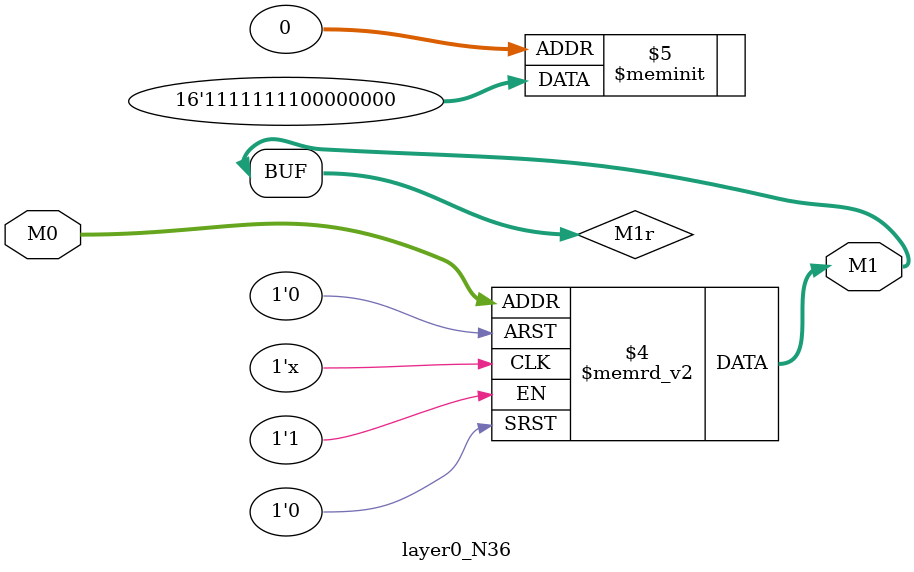
<source format=v>
module layer0_N36 ( input [2:0] M0, output [1:0] M1 );

	(*rom_style = "distributed" *) reg [1:0] M1r;
	assign M1 = M1r;
	always @ (M0) begin
		case (M0)
			3'b000: M1r = 2'b00;
			3'b100: M1r = 2'b11;
			3'b010: M1r = 2'b00;
			3'b110: M1r = 2'b11;
			3'b001: M1r = 2'b00;
			3'b101: M1r = 2'b11;
			3'b011: M1r = 2'b00;
			3'b111: M1r = 2'b11;

		endcase
	end
endmodule

</source>
